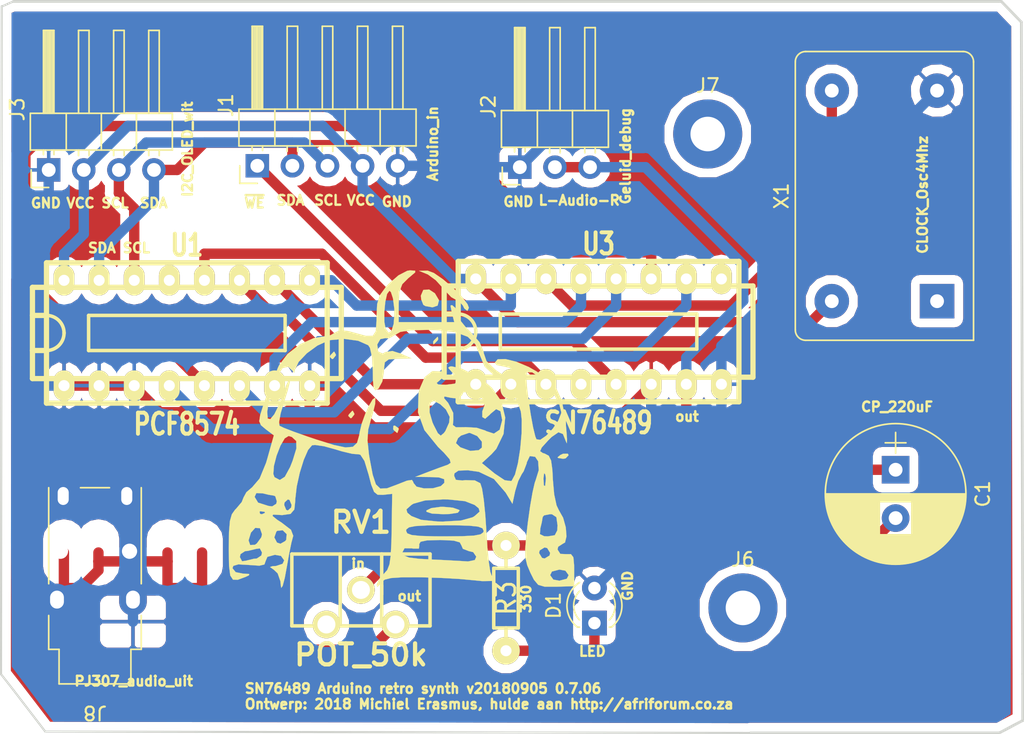
<source format=kicad_pcb>
(kicad_pcb (version 20221018) (generator pcbnew)
  (title_block (title "EasyLab chiptunes") (date "2018-09-05") (rev "20180905 0.7.06") (company "©2018 EasyLab4Kids en Michiel Erasmus") (comment 1 "Geluidskaart vir BBC Microbit") (comment 2 "http://science4kids.nl") (comment 3 "Ontwikkeld deur Michiel Erasmus") (comment 4 "SN76489 geluid met I2C"))
  (layers (0 "F.Cu" signal) (31 "B.Cu" signal) (34 "B.Paste" user) (35 "F.Paste" user) (36 "B.SilkS" user "B.Silkscreen") (37 "F.SilkS" user "F.Silkscreen") (38 "B.Mask" user) (39 "F.Mask" user) (44 "Edge.Cuts" user))
  (net 0 "")
  (net 1 "/Audio")
  (net 2 "Net-(C1-Pad2)")
  (net 4 "GND")
  (net 5 "/VCC")
  (net 6 "/SCL")
  (net 7 "/SDA")
  (net 8 "Net-(J8-Pad2)")
  (net 9 "/P0")
  (net 10 "/P1")
  (net 11 "/P2")
  (net 12 "/P3")
  (net 13 "/P4")
  (net 14 "/P5")
  (net 15 "/P6")
  (net 16 "/P7")
  (net 17 "/~{WE}")
  (net 18 "Net-(D1-K)")
  (net 20 "/Clock")
  (footprint "LEDs:LED_D3.0mm" (layer "F.Cu") (at 77.2 67.9 90)
    (fp_text reference "D1" (at 1.27 -2.96 90) (layer "F.SilkS"))
    (fp_text value "Liggie")
    (pad "1" thru_hole rect (at 0 0 90) (size 1.8 1.8) (drill 0.9) (layers "*.Cu" "*.Mask") (net 18 "Net-(D1-K)"))
    (pad "2" thru_hole circle (at 2.54 0 90) (size 1.8 1.8) (drill 0.9) (layers "*.Cu" "*.Mask") (net 4 "GND"))
  )
  (footprint "Pin_Headers:Pin_Header_Angled_1x03_Pitch2.54mm" (layer "F.Cu") (at 71.8 34.9 90)
    (fp_text reference "J2" (at 4.385 -2.27 90) (layer "F.SilkS"))
    (fp_text value "audio_debug")
    (pad "1" thru_hole rect (at 0 0 90) (size 1.7 1.7) (drill 1) (layers "*.Cu" "*.Mask") (net 4 "GND"))
    (pad "2" thru_hole oval (at 0 2.54 90) (size 1.7 1.7) (drill 1) (layers "*.Cu" "*.Mask") (net 1 "/Audio"))
    (pad "3" thru_hole oval (at 0 5.08 90) (size 1.7 1.7) (drill 1) (layers "*.Cu" "*.Mask") (net 1 "/Audio"))
  )
  (footprint "Pin_Headers:Pin_Header_Angled_1x04_Pitch2.54mm" (layer "F.Cu") (at 37.7 35.1 90)
    (fp_text reference "J3" (at 4.385 -2.27 90) (layer "F.SilkS"))
    (fp_text value "OLED_wit")
    (pad "1" thru_hole rect (at 0 0 90) (size 1.7 1.7) (drill 1) (layers "*.Cu" "*.Mask") (net 4 "GND"))
    (pad "2" thru_hole oval (at 0 2.54 90) (size 1.7 1.7) (drill 1) (layers "*.Cu" "*.Mask") (net 5 "/VCC"))
    (pad "3" thru_hole oval (at 0 5.08 90) (size 1.7 1.7) (drill 1) (layers "*.Cu" "*.Mask") (net 6 "/SCL"))
    (pad "4" thru_hole oval (at 0 7.62 90) (size 1.7 1.7) (drill 1) (layers "*.Cu" "*.Mask") (net 7 "/SDA"))
  )
  (footprint "lib_michiel:Sovjet_simpits_logo01" (layer "F.Cu") (at 63.3 53.6)
    (fp_text reference "J5" hide)
    (fp_text value "LOGO" hide)
  )
  (footprint "Mounting_Holes:MountingHole_2.5mm_Pad" (layer "F.Cu") (at 87.95 66.8)
    (fp_text reference "J6" (at 0 -3.5) (layer "F.SilkS"))
    (fp_text value "gat1")
    (pad "1" thru_hole circle (at 0 0) (size 5 5) (drill 2.5) (layers "*.Cu" "*.Mask"))
  )
  (footprint "Mounting_Holes:MountingHole_2.5mm_Pad" (layer "F.Cu") (at 85.4 32.5)
    (fp_text reference "J7" (at 0 -3.5) (layer "F.SilkS"))
    (fp_text value "gat2")
    (pad "1" thru_hole circle (at 0 0) (size 5 5) (drill 2.5) (layers "*.Cu" "*.Mask"))
  )
  (footprint "Connector_Audio:Jack_3.5mm_Lumberg_1503_07_Horizontal" (layer "F.Cu") (at 43.8 66.2 180)
    (fp_text reference "J8" (at 2.75 -8.2 180 unlocked) (layer "F.SilkS"))
    (fp_text value "geluid_uit")
    (pad "" np_thru_hole circle (at 0.25 3.5 180) (size 1.1 1.1) (drill 1.1) (layers "F&B.Cu" "*.Mask"))
    (pad "" np_thru_hole circle (at 5.25 3.5 180) (size 1.1 1.1) (drill 1.1) (layers "F&B.Cu" "*.Mask"))
    (pad "R" thru_hole oval (at 5.05 7.5 180) (size 1.8 2.3) (drill oval 0.8 1.3) (layers "*.Cu" "*.Mask"))
    (pad "S" thru_hole oval (at 0.45 7.5 180) (size 1.8 2.3) (drill oval 0.8 1.3) (layers "*.Cu" "*.Mask"))
    (pad "T" thru_hole oval (at 0 0 180) (size 2 2.3) (drill oval 1 1.3) (layers "*.Cu" "*.Mask"))
    (pad "T" thru_hole oval (at 5.5 0 180) (size 2 2.3) (drill oval 1 1.3) (layers "*.Cu" "*.Mask"))
  )
  (footprint "w_pth_resistors:RC03" (layer "F.Cu") (at 70.8 66.09 90)
    (fp_text reference "R3" (at 0 0 90) (layer "F.SilkS") (effects (font (size 1.397 1.27) (thickness 0.2032))))
    (fp_text value "R1k" hide)
    (pad "1" thru_hole circle (at -3.81 0 90) (size 1.99898 1.99898) (drill 0.8001) (layers "*.Cu" "*.Mask" "F.SilkS") (net 18 "Net-(D1-K)"))
    (pad "2" thru_hole circle (at 3.81 0 90) (size 1.99898 1.99898) (drill 0.8001) (layers "*.Cu" "*.Mask" "F.SilkS") (net 2 "Net-(C1-Pad2)"))
  )
  (footprint "w_pth_circuits:dil_16-300_socket" (layer "F.Cu") (at 47.7 46.9)
    (fp_text reference "U1" (at 0 -6.35) (layer "F.SilkS") (effects (font (size 1.524 1.143) (thickness 0.28702))))
    (fp_text value "PCF8574" (at 0 6.604) (layer "F.SilkS") (effects (font (size 1.524 1.143) (thickness 0.28702))))
    (pad "1" thru_hole oval (at -8.89 3.81) (size 1.50114 2.19964) (drill 0.8001) (layers "*.Cu" "*.Mask" "F.SilkS") (net 4 "GND"))
    (pad "2" thru_hole oval (at -6.35 3.81) (size 1.50114 2.19964) (drill 0.8001) (layers "*.Cu" "*.Mask" "F.SilkS") (net 4 "GND"))
    (pad "3" thru_hole oval (at -3.81 3.81) (size 1.50114 2.19964) (drill 0.8001) (layers "*.Cu" "*.Mask" "F.SilkS") (net 4 "GND"))
    (pad "4" thru_hole oval (at -1.27 3.81) (size 1.50114 2.19964) (drill 0.8001) (layers "*.Cu" "*.Mask" "F.SilkS") (net 9 "/P0"))
    (pad "5" thru_hole oval (at 1.27 3.81) (size 1.50114 2.19964) (drill 0.8001) (layers "*.Cu" "*.Mask" "F.SilkS") (net 10 "/P1"))
    (pad "6" thru_hole oval (at 3.81 3.81) (size 1.50114 2.19964) (drill 0.8001) (layers "*.Cu" "*.Mask" "F.SilkS") (net 11 "/P2"))
    (pad "7" thru_hole oval (at 6.35 3.81) (size 1.50114 2.19964) (drill 0.8001) (layers "*.Cu" "*.Mask" "F.SilkS") (net 12 "/P3"))
    (pad "8" thru_hole oval (at 8.89 3.81) (size 1.50114 2.19964) (drill 0.8001) (layers "*.Cu" "*.Mask" "F.SilkS") (net 4 "GND"))
    (pad "9" thru_hole oval (at 8.89 -3.81) (size 1.50114 2.19964) (drill 0.8001) (layers "*.Cu" "*.Mask" "F.SilkS") (net 13 "/P4"))
    (pad "10" thru_hole oval (at 6.35 -3.81) (size 1.50114 2.19964) (drill 0.8001) (layers "*.Cu" "*.Mask" "F.SilkS") (net 14 "/P5"))
    (pad "11" thru_hole oval (at 3.81 -3.81) (size 1.50114 2.19964) (drill 0.8001) (layers "*.Cu" "*.Mask" "F.SilkS") (net 15 "/P6"))
    (pad "12" thru_hole oval (at 1.27 -3.81) (size 1.50114 2.19964) (drill 0.8001) (layers "*.Cu" "*.Mask" "F.SilkS") (net 16 "/P7"))
    (pad "13" thru_hole oval (at -1.27 -3.81) (size 1.50114 2.19964) (drill 0.8001) (layers "*.Cu" "*.Mask" "F.SilkS"))
    (pad "14" thru_hole oval (at -3.81 -3.81) (size 1.50114 2.19964) (drill 0.8001) (layers "*.Cu" "*.Mask" "F.SilkS") (net 6 "/SCL"))
    (pad "15" thru_hole oval (at -6.35 -3.81) (size 1.50114 2.19964) (drill 0.8001) (layers "*.Cu" "*.Mask" "F.SilkS") (net 7 "/SDA"))
    (pad "16" thru_hole oval (at -8.89 -3.81) (size 1.50114 2.19964) (drill 0.8001) (layers "*.Cu" "*.Mask" "F.SilkS") (net 5 "/VCC"))
  )
  (footprint "w_pth_circuits:dil_16-300_socket" (layer "F.Cu") (at 77.5 46.8)
    (fp_text reference "U3" (at 0 -6.35) (layer "F.SilkS") (effects (font (size 1.524 1.143) (thickness 0.28702))))
    (fp_text value "SN76489" (at 0 6.604) (layer "F.SilkS") (effects (font (size 1.524 1.143) (thickness 0.28702))))
    (pad "1" thru_hole oval (at -8.89 3.81) (size 1.50114 2.19964) (drill 0.8001) (layers "*.Cu" "*.Mask" "F.SilkS") (net 14 "/P5"))
    (pad "2" thru_hole oval (at -6.35 3.81) (size 1.50114 2.19964) (drill 0.8001) (layers "*.Cu" "*.Mask" "F.SilkS") (net 15 "/P6"))
    (pad "3" thru_hole oval (at -3.81 3.81) (size 1.50114 2.19964) (drill 0.8001) (layers "*.Cu" "*.Mask" "F.SilkS") (net 16 "/P7"))
    (pad "4" thru_hole oval (at -1.27 3.81) (size 1.50114 2.19964) (drill 0.8001) (layers "*.Cu" "*.Mask" "F.SilkS"))
    (pad "5" thru_hole oval (at 1.27 3.81) (size 1.50114 2.19964) (drill 0.8001) (layers "*.Cu" "*.Mask" "F.SilkS") (net 17 "/~{WE}"))
    (pad "6" thru_hole oval (at 3.81 3.81) (size 1.50114 2.19964) (drill 0.8001) (layers "*.Cu" "*.Mask" "F.SilkS") (net 4 "GND"))
    (pad "7" thru_hole oval (at 6.35 3.81) (size 1.50114 2.19964) (drill 0.8001) (layers "*.Cu" "*.Mask" "F.SilkS") (net 1 "/Audio"))
    (pad "8" thru_hole oval (at 8.89 3.81) (size 1.50114 2.19964) (drill 0.8001) (layers "*.Cu" "*.Mask" "F.SilkS") (net 4 "GND"))
    (pad "9" thru_hole oval (at 8.89 -3.81) (size 1.50114 2.19964) (drill 0.8001) (layers "*.Cu" "*.Mask" "F.SilkS"))
    (pad "10" thru_hole oval (at 6.35 -3.81) (size 1.50114 2.19964) (drill 0.8001) (layers "*.Cu" "*.Mask" "F.SilkS") (net 9 "/P0"))
    (pad "11" thru_hole oval (at 3.81 -3.81) (size 1.50114 2.19964) (drill 0.8001) (layers "*.Cu" "*.Mask" "F.SilkS") (net 10 "/P1"))
    (pad "12" thru_hole oval (at 1.27 -3.81) (size 1.50114 2.19964) (drill 0.8001) (layers "*.Cu" "*.Mask" "F.SilkS") (net 11 "/P2"))
    (pad "13" thru_hole oval (at -1.27 -3.81) (size 1.50114 2.19964) (drill 0.8001) (layers "*.Cu" "*.Mask" "F.SilkS") (net 12 "/P3"))
    (pad "14" thru_hole oval (at -3.81 -3.81) (size 1.50114 2.19964) (drill 0.8001) (layers "*.Cu" "*.Mask" "F.SilkS") (net 20 "/Clock"))
    (pad "15" thru_hole oval (at -6.35 -3.81) (size 1.50114 2.19964) (drill 0.8001) (layers "*.Cu" "*.Mask" "F.SilkS") (net 13 "/P4"))
    (pad "16" thru_hole oval (at -8.89 -3.81) (size 1.50114 2.19964) (drill 0.8001) (layers "*.Cu" "*.Mask" "F.SilkS") (net 5 "/VCC"))
  )
  (footprint "Pin_Headers:Pin_Header_Angled_1x05_Pitch2.54mm" (layer "F.Cu") (at 52.8 34.8 90)
    (fp_text reference "J1" (at 4.385 -2.27 90) (layer "F.SilkS"))
    (fp_text value "Arduino_in")
    (pad "1" thru_hole rect (at 0 0 90) (size 1.7 1.7) (drill 1) (layers "*.Cu" "*.Mask") (net 17 "/~{WE}"))
    (pad "2" thru_hole oval (at 0 2.54 90) (size 1.7 1.7) (drill 1) (layers "*.Cu" "*.Mask") (net 7 "/SDA"))
    (pad "3" thru_hole oval (at 0 5.08 90) (size 1.7 1.7) (drill 1) (layers "*.Cu" "*.Mask") (net 6 "/SCL"))
    (pad "4" thru_hole oval (at 0 7.62 90) (size 1.7 1.7) (drill 1) (layers "*.Cu" "*.Mask") (net 5 "/VCC"))
    (pad "5" thru_hole oval (at 0 10.16 90) (size 1.7 1.7) (drill 1) (layers "*.Cu" "*.Mask") (net 4 "GND"))
  )
  (footprint "Oscillators:Oscillator_DIP-14_LargePads" (layer "F.Cu") (at 102 44.6 90)
    (fp_text reference "X1" (at 7.62 -11.26 90) (layer "F.SilkS"))
    (fp_text value "CLK_DIP14_4Mhz")
    (pad "1" thru_hole rect (at 0 0 90) (size 2.5 2.5) (drill 1) (layers "*.Cu" "*.Mask"))
    (pad "7" thru_hole circle (at 15.24 0 90) (size 2.5 2.5) (drill 1) (layers "*.Cu" "*.Mask") (net 4 "GND"))
    (pad "8" thru_hole circle (at 15.24 -7.62 90) (size 2.5 2.5) (drill 1) (layers "*.Cu" "*.Mask") (net 20 "/Clock"))
    (pad "14" thru_hole circle (at 0 -7.62 90) (size 2.5 2.5) (drill 1) (layers "*.Cu" "*.Mask") (net 5 "/VCC"))
  )
  (footprint "Capacitors_THT:CP_Radial_D10.0mm_P3.50mm" (layer "F.Cu") (at 99 56.8 -90)
    (fp_text reference "C1" (at 1.75 -6.31 270) (layer "F.SilkS"))
    (fp_text value "CP_220uF")
    (pad "1" thru_hole rect (at 0 0 270) (size 2 2) (drill 1) (layers "*.Cu" "*.Mask") (net 1 "/Audio"))
    (pad "2" thru_hole circle (at 3.5 0 270) (size 2 2) (drill 1) (layers "*.Cu" "*.Mask") (net 2 "Net-(C1-Pad2)"))
  )
  (footprint "w_pth_resistors:trimmer_ecp_ca9-h2,5" (layer "F.Cu") (at 60.3 65.5 180)
    (fp_text reference "RV1" (at 0 4.89966 180) (layer "F.SilkS") (effects (font (size 1.524 1.524) (thickness 0.3048))))
    (fp_text value "POT_50k" (at 0 -4.699 180) (layer "F.SilkS") (effects (font (size 1.524 1.524) (thickness 0.3048))))
    (pad "1" thru_hole circle (at 2.49936 -2.49936 180) (size 1.99898 1.99898) (drill 1.30048) (layers "*.Cu" "*.Mask" "F.SilkS"))
    (pad "2" thru_hole circle (at 0 0 180) (size 1.99898 1.99898) (drill 1.30048) (layers "*.Cu" "*.Mask" "F.SilkS") (net 2 "Net-(C1-Pad2)"))
    (pad "3" thru_hole circle (at -2.49936 -2.49936 180) (size 1.99898 1.99898) (drill 1.30048) (layers "*.Cu" "*.Mask" "F.SilkS") (net 8 "Net-(J8-Pad2)"))
  )
  (gr_line (start 108.2 71.55) (end 108.2 74.95) (stroke (width 0.2)) (layer "Edge.Cuts"))
  (gr_line (start 34.35 23.25) (end 35.15 22.9) (stroke (width 0.15)) (layer "Edge.Cuts"))
  (gr_line (start 88.5 75.85) (end 106.45 75.85) (stroke (width 0.2)) (layer "Edge.Cuts"))
  (gr_line (start 35.15 22.9) (end 106.65 22.9) (stroke (width 0.2)) (layer "Edge.Cuts"))
  (gr_line (start 34.25 71.3) (end 34.25 71.6) (stroke (width 0.15)) (layer "Edge.Cuts"))
  (gr_line (start 106.65 22.9) (end 108.1 24.4) (stroke (width 0.2)) (layer "Edge.Cuts"))
  (gr_line (start 108.1 24.4) (end 108.2 71.6) (stroke (width 0.2)) (layer "Edge.Cuts"))
  (gr_line (start 35.15 72.75) (end 34.25 71.6) (stroke (width 0.15)) (layer "Edge.Cuts"))
  (gr_line (start 88.5 75.85) (end 37.45 75.75) (stroke (width 0.15)) (layer "Edge.Cuts"))
  (gr_line (start 34.3 23.25) (end 34.25 71.3) (stroke (width 0.15)) (layer "Edge.Cuts"))
  (gr_line (start 106.5 75.85) (end 108.2 74.95) (stroke (width 0.2)) (layer "Edge.Cuts"))
  (gr_line (start 37.45 75.75) (end 35.15 72.75) (stroke (width 0.15)) (layer "Edge.Cuts"))
  (gr_text "VCC" (at 40 37.5) (layer "F.SilkS") (effects (font (size 0.7 0.7) (thickness 0.175))))
  (gr_text "SCL" (at 42.5 37.5) (layer "F.SilkS") (effects (font (size 0.7 0.7) (thickness 0.175))))
  (gr_text "SDA" (at 45.3 37.5) (layer "F.SilkS") (effects (font (size 0.7 0.7) (thickness 0.175))))
  (gr_text "~{WE}" (at 52.6 37.5) (layer "F.SilkS") (effects (font (size 0.7 0.7) (thickness 0.175))))
  (gr_text "SDA" (at 55.2 37.3) (layer "F.SilkS") (effects (font (size 0.7 0.7) (thickness 0.175))))
  (gr_text "SCL" (at 57.9 37.3) (layer "F.SilkS") (effects (font (size 0.7 0.7) (thickness 0.175))))
  (gr_text "VCC" (at 60.3 37.3) (layer "F.SilkS") (effects (font (size 0.7 0.7) (thickness 0.175))))
  (gr_text "GND" (at 62.9 37.4) (layer "F.SilkS") (effects (font (size 0.7 0.7) (thickness 0.175))))
  (gr_text "GND" (at 71.7 37.4) (layer "F.SilkS") (effects (font (size 0.7 0.7) (thickness 0.175))))
  (gr_text "L-Audio-R" (at 76.1 37.3) (layer "F.SilkS") (effects (font (size 0.7 0.7) (thickness 0.175))))
  (gr_text "I2C_OLED_wit" (at 47.75 33.6 90) (layer "F.SilkS") (effects (font (size 0.7 0.7) (thickness 0.175))))
  (gr_text "Arduino_in" (at 65.5 33.2 90) (layer "F.SilkS") (effects (font (size 0.7 0.7) (thickness 0.175))))
  (gr_text "Geluid_debug" (at 79.45 34.1 90) (layer "F.SilkS") (effects (font (size 0.7 0.7) (thickness 0.175))))
  (gr_text "CLOCK_Osc4Mhz" (at 100.95 36.9 90) (layer "F.SilkS") (effects (font (size 0.7 0.7) (thickness 0.175))))
  (gr_text "CP_220uF" (at 99.1 52.25) (layer "F.SilkS") (effects (font (size 0.7 0.7) (thickness 0.175))))
  (gr_text "LED" (at 77.05 69.95) (layer "F.SilkS") (effects (font (size 0.7 0.7) (thickness 0.175))))
  (gr_text "GND" (at 79.6 65.2 90) (layer "F.SilkS") (effects (font (size 0.7 0.7) (thickness 0.175))))
  (gr_text "out" (at 63.8 65.95) (layer "F.SilkS") (effects (font (size 0.7 0.7) (thickness 0.175))))
  (gr_text "in" (at 60.1 63.6) (layer "F.SilkS") (effects (font (size 0.7 0.7) (thickness 0.175))))
  (gr_text "PJ307_audio_uit" (at 43.85 72.1) (layer "F.SilkS") (effects (font (size 0.7 0.7) (thickness 0.175))))
  (gr_text "SN76489 Arduino retro synth v20180905 0.7.06\nOntwerp: 2018 Michiel Erasmus, hulde aan http://afriforum.co.za" (at 51.8 73.2) (layer "F.SilkS") (effects (font (size 0.7 0.7) (thickness 0.175)) (justify left)))
  (gr_text "out" (at 83.9 52.95) (layer "F.SilkS") (effects (font (size 0.7 0.7) (thickness 0.175))))
  (gr_text "SCL" (at 44.05 40.75) (layer "F.SilkS") (effects (font (size 0.7 0.7) (thickness 0.175))))
  (gr_text "SDA" (at 41.55 40.75) (layer "F.SilkS") (effects (font (size 0.7 0.7) (thickness 0.175))))
  (gr_text "330" (at 72.25 66.15 90) (layer "F.SilkS") (effects (font (size 0.7 0.7) (thickness 0.175))))
  (gr_text "GND" (at 37.5 37.5) (layer "F.SilkS") (effects (font (size 0.7 0.7) (thickness 0.175))))
  (segment (start 99 56.8) (end 88.1148 56.8) (width 0.75) (layer "F.Cu") (net 1))
  (segment (start 88.1148 56.8) (end 83.85 52.5352) (width 0.75) (layer "F.Cu") (net 1))
  (segment (start 74.34 34.9) (end 76.88 34.9) (width 0.75) (layer "F.Cu") (net 1))
  (segment (start 83.85 50.61) (end 83.85 52.5352) (width 0.75) (layer "F.Cu") (net 1))
  (segment (start 87.97 41.9789) (end 80.8911 34.9) (width 0.75) (layer "B.Cu") (net 1))
  (segment (start 87.97 44.5648) (end 87.97 41.9789) (width 0.75) (layer "B.Cu") (net 1))
  (segment (start 83.85 50.61) (end 83.85 48.6848) (width 0.75) (layer "B.Cu") (net 1))
  (segment (start 80.8911 34.9) (end 76.88 34.9) (width 0.75) (layer "B.Cu") (net 1))
  (segment (start 83.85 48.6848) (end 87.97 44.5648) (width 0.75) (layer "B.Cu") (net 1))
  (segment (start 60.3 65.5) (end 63.52 62.28) (width 0.75) (layer "F.Cu") (net 2))
  (segment (start 63.52 62.28) (end 70.8 62.28) (width 0.75) (layer "F.Cu") (net 2))
  (segment (start 97.02 62.28) (end 99 60.3) (width 0.75) (layer "F.Cu") (net 2))
  (segment (start 70.8 62.28) (end 97.02 62.28) (width 0.75) (layer "F.Cu") (net 2))
  (segment (start 81.31 50.6928) (end 78.2672 53.7356) (width 0.75) (layer "F.Cu") (net 4))
  (segment (start 81.31 50.61) (end 81.31 50.6928) (width 0.75) (layer "F.Cu") (net 4))
  (segment (start 43.89 50.783) (end 43.89 50.71) (width 0.75) (layer "F.Cu") (net 4))
  (segment (start 41.35 50.71) (end 38.81 50.71) (width 0.75) (layer "F.Cu") (net 4))
  (segment (start 43.89 50.71) (end 42.9259 50.71) (width 0.75) (layer "F.Cu") (net 4))
  (segment (start 78.2672 53.7356) (end 61.1915 53.7356) (width 0.75) (layer "F.Cu") (net 4))
  (segment (start 41.35 50.71) (end 42.9259 50.71) (width 0.75) (layer "F.Cu") (net 4))
  (segment (start 56.59 52.6352) (end 45.7422 52.6352) (width 0.75) (layer "F.Cu") (net 4))
  (segment (start 56.59 50.71) (end 58.1659 50.71) (width 0.75) (layer "F.Cu") (net 4))
  (segment (start 61.1915 53.7356) (end 58.1659 50.71) (width 0.75) (layer "F.Cu") (net 4))
  (segment (start 56.59 50.71) (end 56.59 52.6352) (width 0.75) (layer "F.Cu") (net 4))
  (segment (start 45.7422 52.6352) (end 43.89 50.783) (width 0.75) (layer "F.Cu") (net 4))
  (segment (start 89.5317 41.8284) (end 89.5317 41.8283) (width 0.75) (layer "B.Cu") (net 4))
  (segment (start 43.89 65.6307) (end 43.8 65.7207) (width 0.75) (layer "B.Cu") (net 4))
  (segment (start 89.5317 41.8283) (end 80.9182 33.2149) (width 0.75) (layer "B.Cu") (net 4))
  (segment (start 38.81 50.71) (end 37.2341 50.71) (width 0.75) (layer "B.Cu") (net 4))
  (segment (start 73.4851 33.2149) (end 71.8 34.9) (width 0.75) (layer "B.Cu") (net 4))
  (segment (start 64.7353 34.9) (end 64.6353 34.8) (width 0.75) (layer "B.Cu") (net 4))
  (segment (start 81.31 52.5352) (end 86.39 52.5352) (width 0.75) (layer "B.Cu") (net 4))
  (segment (start 102 29.36) (end 89.5317 41.8283) (width 0.75) (layer "B.Cu") (net 4))
  (segment (start 62.96 34.8) (end 64.6353 34.8) (width 0.75) (layer "B.Cu") (net 4))
  (segment (start 43.89 50.71) (end 43.89 65.6307) (width 0.75) (layer "B.Cu") (net 4))
  (segment (start 86.39 50.61) (end 86.39 52.5352) (width 0.75) (layer "B.Cu") (net 4))
  (segment (start 43.8 67.796) (end 43.8 65.7207) (width 0.75) (layer "B.Cu") (net 4))
  (segment (start 89.5317 44.7008) (end 89.5317 41.8284) (width 0.75) (layer "B.Cu") (net 4))
  (segment (start 37.2341 50.71) (end 37.2341 37.2412) (width 0.75) (layer "B.Cu") (net 4))
  (segment (start 80.9182 33.2149) (end 73.4851 33.2149) (width 0.75) (layer "B.Cu") (net 4))
  (segment (start 86.39 47.8425) (end 89.5317 44.7008) (width 0.75) (layer "B.Cu") (net 4))
  (segment (start 86.39 50.61) (end 86.39 47.8425) (width 0.75) (layer "B.Cu") (net 4))
  (segment (start 81.31 61.25) (end 77.2 65.36) (width 0.75) (layer "B.Cu") (net 4))
  (segment (start 81.31 52.2351) (end 81.31 52.5352) (width 0.75) (layer "B.Cu") (net 4))
  (segment (start 37.2341 37.2412) (end 37.7 36.7753) (width 0.75) (layer "B.Cu") (net 4))
  (segment (start 81.31 52.5352) (end 81.31 61.25) (width 0.75) (layer "B.Cu") (net 4))
  (segment (start 37.7 35.1) (end 37.7 36.7753) (width 0.75) (layer "B.Cu") (net 4))
  (segment (start 81.31 50.61) (end 81.31 52.2351) (width 0.75) (layer "B.Cu") (net 4))
  (segment (start 71.8 34.9) (end 64.7353 34.9) (width 0.75) (layer "B.Cu") (net 4))
  (segment (start 71.6572 46.1169) (end 68.61 43.0697) (width 0.75) (layer "F.Cu") (net 5))
  (segment (start 68.61 43.0697) (end 68.61 42.99) (width 0.75) (layer "F.Cu") (net 5))
  (segment (start 92.8631 46.1169) (end 71.6572 46.1169) (width 0.75) (layer "F.Cu") (net 5))
  (segment (start 94.38 44.6) (end 92.8631 46.1169) (width 0.75) (layer "F.Cu") (net 5))
  (segment (start 38.81 41.1648) (end 40.24 39.7348) (width 0.75) (layer "B.Cu") (net 5))
  (segment (start 60.42 34.8) (end 60.42 36.4753) (width 0.75) (layer "B.Cu") (net 5))
  (segment (start 38.81 43.09) (end 38.81 41.1648) (width 0.75) (layer "B.Cu") (net 5))
  (segment (start 68.61 42.99) (end 67.0341 42.99) (width 0.75) (layer "B.Cu") (net 5))
  (segment (start 67.0341 42.99) (end 60.5194 36.4753) (width 0.75) (layer "B.Cu") (net 5))
  (segment (start 60.5194 36.4753) (end 60.42 36.4753) (width 0.75) (layer "B.Cu") (net 5))
  (segment (start 43.4298 31.9102) (end 57.5302 31.9102) (width 0.75) (layer "B.Cu") (net 5))
  (segment (start 40.24 35.1) (end 43.4298 31.9102) (width 0.75) (layer "B.Cu") (net 5))
  (segment (start 57.5302 31.9102) (end 60.42 34.8) (width 0.75) (layer "B.Cu") (net 5))
  (segment (start 40.24 39.7348) (end 40.24 35.1) (width 0.75) (layer "B.Cu") (net 5))
  (segment (start 43.89 43.09) (end 43.89 37.8853) (width 0.75) (layer "F.Cu") (net 6))
  (segment (start 43.89 37.8853) (end 42.78 36.7753) (width 0.75) (layer "F.Cu") (net 6))
  (segment (start 42.78 35.1) (end 42.78 36.7753) (width 0.75) (layer "F.Cu") (net 6))
  (segment (start 56.1976 33.1176) (end 57.88 34.8) (width 0.75) (layer "B.Cu") (net 6))
  (segment (start 42.78 35.1) (end 44.7624 33.1176) (width 0.75) (layer "B.Cu") (net 6))
  (segment (start 44.7624 33.1176) (end 56.1976 33.1176) (width 0.75) (layer "B.Cu") (net 6))
  (segment (start 55.34 34.8) (end 55.34 33.1247) (width 0.75) (layer "F.Cu") (net 7))
  (segment (start 45.32 35.1) (end 46.9953 35.1) (width 0.75) (layer "F.Cu") (net 7))
  (segment (start 48.9706 33.1247) (end 55.34 33.1247) (width 0.75) (layer "F.Cu") (net 7))
  (segment (start 46.9953 35.1) (end 48.9706 33.1247) (width 0.75) (layer "F.Cu") (net 7))
  (segment (start 41.35 43.09) (end 41.35 41.1648) (width 0.75) (layer "B.Cu") (net 7))
  (segment (start 45.32 37.1948) (end 45.32 35.1) (width 0.75) (layer "B.Cu") (net 7))
  (segment (start 41.35 41.1648) (end 45.32 37.1948) (width 0.75) (layer "B.Cu") (net 7))
  (segment (start 41.3 62.79) (end 41.3 63.4338) (width 0.75) (layer "F.Cu") (net 8))
  (segment (start 48.8 62.79) (end 48.8 65.3653) (width 0.75) (layer "F.Cu") (net 8))
  (segment (start 41.3 63.4338) (end 46.3 63.4338) (width 0.75) (layer "F.Cu") (net 8))
  (segment (start 41.3 63.4338) (end 41.3 64.0776) (width 0.75) (layer "F.Cu") (net 8))
  (segment (start 46.3 63.4338) (end 46.3 65.3653) (width 0.75) (layer "F.Cu") (net 8))
  (segment (start 40.0123 65.3653) (end 38.8 65.3653) (width 0.75) (layer "F.Cu") (net 8))
  (segment (start 62.7994 67.9994) (end 60.9732 69.8256) (width 0.75) (layer "F.Cu") (net 8))
  (segment (start 53.2603 69.8256) (end 48.8 65.3653) (width 0.75) (layer "F.Cu") (net 8))
  (segment (start 60.9732 69.8256) (end 53.2603 69.8256) (width 0.75) (layer "F.Cu") (net 8))
  (segment (start 38.8 62.79) (end 38.8 65.3653) (width 0.75) (layer "F.Cu") (net 8))
  (segment (start 46.3 65.3653) (end 48.8 65.3653) (width 0.75) (layer "F.Cu") (net 8))
  (segment (start 41.3 64.0776) (end 40.0123 65.3653) (width 0.75) (layer "F.Cu") (net 8))
  (segment (start 46.3 62.79) (end 46.3 63.4338) (width 0.75) (layer "F.Cu") (net 8))
  (segment (start 83.85 44.9152) (end 80.1647 48.6005) (width 0.75) (layer "B.Cu") (net 9))
  (segment (start 46.43 50.7826) (end 46.43 50.71) (width 0.75) (layer "B.Cu") (net 9))
  (segment (start 67.6106 48.6005) (end 62.3596 53.8515) (width 0.75) (layer "B.Cu") (net 9))
  (segment (start 80.1647 48.6005) (end 67.6106 48.6005) (width 0.75) (layer "B.Cu") (net 9))
  (segment (start 62.3596 53.8515) (end 49.4989 53.8515) (width 0.75) (layer "B.Cu") (net 9))
  (segment (start 49.4989 53.8515) (end 46.43 50.7826) (width 0.75) (layer "B.Cu") (net 9))
  (segment (start 83.85 42.99) (end 83.85 44.9152) (width 0.75) (layer "B.Cu") (net 9))
  (segment (start 38.0099 31.9207) (end 36.0136 33.917) (width 0.75) (layer "F.Cu") (net 10))
  (segment (start 36.0136 33.917) (end 36.0136 42.8949) (width 0.75) (layer "F.Cu") (net 10))
  (segment (start 81.31 41.0648) (end 75.0599 41.0648) (width 0.75) (layer "F.Cu") (net 10))
  (segment (start 36.0136 42.8949) (end 41.1234 48.0047) (width 0.75) (layer "F.Cu") (net 10))
  (segment (start 46.3494 48.0047) (end 48.97 50.6253) (width 0.75) (layer "F.Cu") (net 10))
  (segment (start 75.0599 41.0648) (end 65.9158 31.9207) (width 0.75) (layer "F.Cu") (net 10))
  (segment (start 41.1234 48.0047) (end 46.3494 48.0047) (width 0.75) (layer "F.Cu") (net 10))
  (segment (start 48.97 50.6253) (end 48.97 50.71) (width 0.75) (layer "F.Cu") (net 10))
  (segment (start 65.9158 31.9207) (end 38.0099 31.9207) (width 0.75) (layer "F.Cu") (net 10))
  (segment (start 81.31 42.99) (end 81.31 41.0648) (width 0.75) (layer "F.Cu") (net 10))
  (segment (start 78.77 42.99) (end 78.77 44.9152) (width 0.75) (layer "B.Cu") (net 11))
  (segment (start 76.3693 47.3159) (end 63.6848 47.3159) (width 0.75) (layer "B.Cu") (net 11))
  (segment (start 63.6848 47.3159) (end 58.3625 52.6382) (width 0.75) (layer "B.Cu") (net 11))
  (segment (start 53.3743 52.6382) (end 51.51 50.7739) (width 0.75) (layer "B.Cu") (net 11))
  (segment (start 51.51 50.7739) (end 51.51 50.71) (width 0.75) (layer "B.Cu") (net 11))
  (segment (start 58.3625 52.6382) (end 53.3743 52.6382) (width 0.75) (layer "B.Cu") (net 11))
  (segment (start 78.77 44.9152) (end 76.3693 47.3159) (width 0.75) (layer "B.Cu") (net 11))
  (segment (start 54.05 50.71) (end 54.05 48.7848) (width 0.75) (layer "B.Cu") (net 12))
  (segment (start 56.7193 46.1155) (end 54.05 48.7848) (width 0.75) (layer "B.Cu") (net 12))
  (segment (start 76.23 42.99) (end 76.23 44.9152) (width 0.75) (layer "B.Cu") (net 12))
  (segment (start 76.23 44.9152) (end 75.0297 46.1155) (width 0.75) (layer "B.Cu") (net 12))
  (segment (start 75.0297 46.1155) (end 56.7193 46.1155) (width 0.75) (layer "B.Cu") (net 12))
  (segment (start 59.9911 44.9152) (end 58.1659 43.09) (width 0.75) (layer "B.Cu") (net 13))
  (segment (start 71.15 42.99) (end 71.15 44.9152) (width 0.75) (layer "B.Cu") (net 13))
  (segment (start 56.59 43.09) (end 58.1659 43.09) (width 0.75) (layer "B.Cu") (net 13))
  (segment (start 71.15 44.9152) (end 59.9911 44.9152) (width 0.75) (layer "B.Cu") (net 13))
  (segment (start 61.5275 50.61) (end 54.05 43.1325) (width 0.75) (layer "F.Cu") (net 14))
  (segment (start 54.05 43.1325) (end 54.05 43.09) (width 0.75) (layer "F.Cu") (net 14))
  (segment (start 68.61 50.61) (end 61.5275 50.61) (width 0.75) (layer "F.Cu") (net 14))
  (segment (start 51.51 43.1747) (end 51.51 43.09) (width 0.75) (layer "F.Cu") (net 15))
  (segment (start 61.7505 52.5352) (end 55.0106 45.7953) (width 0.75) (layer "F.Cu") (net 15))
  (segment (start 71.15 50.6928) (end 69.3076 52.5352) (width 0.75) (layer "F.Cu") (net 15))
  (segment (start 71.15 50.61) (end 71.15 50.6928) (width 0.75) (layer "F.Cu") (net 15))
  (segment (start 54.1306 45.7953) (end 51.51 43.1747) (width 0.75) (layer "F.Cu") (net 15))
  (segment (start 69.3076 52.5352) (end 61.7505 52.5352) (width 0.75) (layer "F.Cu") (net 15))
  (segment (start 55.0106 45.7953) (end 54.1306 45.7953) (width 0.75) (layer "F.Cu") (net 15))
  (segment (start 71.8359 48.6848) (end 64.9871 48.6848) (width 0.75) (layer "F.Cu") (net 16))
  (segment (start 57.4671 41.1648) (end 48.97 41.1648) (width 0.75) (layer "F.Cu") (net 16))
  (segment (start 73.69 50.5389) (end 71.8359 48.6848) (width 0.75) (layer "F.Cu") (net 16))
  (segment (start 64.9871 48.6848) (end 57.4671 41.1648) (width 0.75) (layer "F.Cu") (net 16))
  (segment (start 48.97 43.09) (end 48.97 41.1648) (width 0.75) (layer "F.Cu") (net 16))
  (segment (start 73.69 50.61) (end 73.69 50.5389) (width 0.75) (layer "F.Cu") (net 16))
  (segment (start 78.77 50.61) (end 78.77 50.5273) (width 0.75) (layer "F.Cu") (net 17))
  (segment (start 75.7271 47.4844) (end 65.4844 47.4844) (width 0.75) (layer "F.Cu") (net 17))
  (segment (start 65.4844 47.4844) (end 52.8 34.8) (width 0.75) (layer "F.Cu") (net 17))
  (segment (start 78.77 50.5273) (end 75.7271 47.4844) (width 0.75) (layer "F.Cu") (net 17))
  (segment (start 77.2 67.9) (end 77.2 69.55) (width 0.75) (layer "F.Cu") (net 18))
  (segment (start 76.85 69.9) (end 70.8 69.9) (width 0.75) (layer "F.Cu") (net 18))
  (segment (start 77.2 69.55) (end 76.85 69.9) (width 0.75) (layer "F.Cu") (net 18))
  (segment (start 75.5731 44.9165) (end 73.69 43.0334) (width 0.75) (layer "F.Cu") (net 20))
  (segment (start 94.38 29.36) (end 94.38 37.6286) (width 0.75) (layer "F.Cu") (net 20))
  (segment (start 94.38 37.6286) (end 87.0921 44.9165) (width 0.75) (layer "F.Cu") (net 20))
  (segment (start 87.0921 44.9165) (end 75.5731 44.9165) (width 0.75) (layer "F.Cu") (net 20))
  (segment (start 73.69 43.0334) (end 73.69 42.99) (width 0.75) (layer "F.Cu") (net 20))
  (zone (net 4) (net_name "GND") (layer "F.Cu") (connect_pads (clearance 0.508)) (min_thickness 0.254) (fill yes (thermal_gap 0.508) (thermal_bridge_width 0.508))
    (polygon (pts (xy 108.05 74.8) (xy 106.4 75.65) (xy 37.8 75.4) (xy 34.6 71.2) (xy 34.5 23.35) (xy 35.15 23.1) (xy 106.45 23.15) (xy 107.75 24.35)))
  )
  (zone (net 4) (net_name "GND") (layer "B.Cu") (connect_pads (clearance 0.508)) (min_thickness 0.254) (fill yes (thermal_gap 0.508) (thermal_bridge_width 0.508))
    (polygon (pts (xy 106.25 23.35) (xy 35.15 23.3) (xy 34.6 23.55) (xy 34.9 71.1) (xy 38 75.2) (xy 106.25 75.35) (xy 107.45 74.55) (xy 107.6 24.4)))
  )
)
</source>
